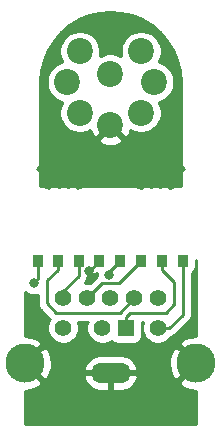
<source format=gtl>
G04 #@! TF.GenerationSoftware,KiCad,Pcbnew,(5.1.0)-1*
G04 #@! TF.CreationDate,2019-06-26T15:16:09-04:00*
G04 #@! TF.ProjectId,8 Pin DIN to 9 Pin Mini DIN,38205069-6e20-4444-994e-20746f203920,rev?*
G04 #@! TF.SameCoordinates,Original*
G04 #@! TF.FileFunction,Copper,L1,Top*
G04 #@! TF.FilePolarity,Positive*
%FSLAX46Y46*%
G04 Gerber Fmt 4.6, Leading zero omitted, Abs format (unit mm)*
G04 Created by KiCad (PCBNEW (5.1.0)-1) date 2019-06-26 15:16:09*
%MOMM*%
%LPD*%
G04 APERTURE LIST*
%ADD10R,0.882667X1.000000*%
%ADD11O,3.400000X1.700000*%
%ADD12C,1.408000*%
%ADD13R,1.408000X1.408000*%
%ADD14C,3.316000*%
%ADD15C,2.200000*%
%ADD16C,0.800000*%
%ADD17C,0.250000*%
%ADD18C,0.254000*%
G04 APERTURE END LIST*
D10*
X192500000Y-113300000D03*
X194127996Y-113300000D03*
X195893330Y-113300000D03*
X197658664Y-113300000D03*
X199423998Y-113300000D03*
X201189332Y-113300000D03*
X202954666Y-113300000D03*
X204720000Y-113300000D03*
D11*
X198610000Y-122810000D03*
D12*
X202600000Y-119000000D03*
D13*
X199900000Y-119000000D03*
D12*
X197900000Y-119000000D03*
X194600000Y-119000000D03*
X202600000Y-116500000D03*
X194600000Y-116500000D03*
X196600000Y-116500000D03*
X200600000Y-116500000D03*
X198600000Y-116500000D03*
D14*
X205850000Y-122000000D03*
X191350000Y-122000000D03*
D15*
X202275000Y-98180000D03*
X194925000Y-98180000D03*
X198600000Y-101855000D03*
X201198617Y-95581383D03*
X196001383Y-95581383D03*
X196001383Y-100778617D03*
X201198617Y-100760940D03*
X198600000Y-97480000D03*
D16*
X198500000Y-93200000D03*
X200000000Y-103800000D03*
X202100000Y-103700000D03*
X203900000Y-103400000D03*
X195000000Y-103000000D03*
X200300000Y-93200000D03*
X196798372Y-114180777D03*
X192100000Y-115200000D03*
X198480000Y-114475000D03*
D17*
X194127996Y-114050000D02*
X194127996Y-113300000D01*
X193200000Y-114977996D02*
X194127996Y-114050000D01*
X193200000Y-116900000D02*
X193200000Y-114977996D01*
X194000000Y-117700000D02*
X193200000Y-116900000D01*
X200600000Y-116500000D02*
X199400000Y-117700000D01*
X199400000Y-117700000D02*
X194000000Y-117700000D01*
X201189332Y-113358666D02*
X201189332Y-113300000D01*
X199347998Y-115200000D02*
X201189332Y-113358666D01*
X196600000Y-116500000D02*
X197900000Y-115200000D01*
X197900000Y-115200000D02*
X199347998Y-115200000D01*
X197658664Y-113300000D02*
X197658664Y-113358666D01*
X196836553Y-114180777D02*
X196798372Y-114180777D01*
X197658664Y-113358666D02*
X196836553Y-114180777D01*
X192500000Y-114800000D02*
X192500000Y-113300000D01*
X192100000Y-115200000D02*
X192500000Y-114800000D01*
X202954666Y-114050000D02*
X202954666Y-113300000D01*
X199900000Y-118046000D02*
X200246000Y-117700000D01*
X199900000Y-119000000D02*
X199900000Y-118046000D01*
X200246000Y-117700000D02*
X203300000Y-117700000D01*
X203300000Y-117700000D02*
X204000000Y-117000000D01*
X204000000Y-117000000D02*
X204000000Y-115095334D01*
X204000000Y-115095334D02*
X202954666Y-114050000D01*
X198480000Y-114243998D02*
X199423998Y-113300000D01*
X198480000Y-114475000D02*
X198480000Y-114243998D01*
X195893330Y-113358666D02*
X195893330Y-113300000D01*
X195900000Y-113365336D02*
X195893330Y-113358666D01*
X195900000Y-114600000D02*
X195900000Y-113365336D01*
X194600000Y-116500000D02*
X194600000Y-115900000D01*
X194600000Y-115900000D02*
X195900000Y-114600000D01*
X204720000Y-114050000D02*
X204720000Y-113300000D01*
X204720000Y-117875606D02*
X204720000Y-114050000D01*
X203595606Y-119000000D02*
X204720000Y-117875606D01*
X202600000Y-119000000D02*
X203595606Y-119000000D01*
D18*
G36*
X205840000Y-119698389D02*
G01*
X205813419Y-119696196D01*
X205364672Y-119747600D01*
X204934576Y-119885562D01*
X204600491Y-120064133D01*
X204425475Y-120395870D01*
X205840000Y-121810395D01*
X205840000Y-122189605D01*
X204425475Y-123604130D01*
X204600491Y-123935867D01*
X205002168Y-124142437D01*
X205436428Y-124266674D01*
X205840000Y-124299962D01*
X205840000Y-127140000D01*
X191360000Y-127140000D01*
X191360000Y-124301612D01*
X191386581Y-124303804D01*
X191835328Y-124252400D01*
X192265424Y-124114438D01*
X192599509Y-123935867D01*
X192774525Y-123604130D01*
X191360000Y-122189605D01*
X191360000Y-122000000D01*
X191529605Y-122000000D01*
X192954130Y-123424525D01*
X193285867Y-123249509D01*
X193328355Y-123166890D01*
X196318524Y-123166890D01*
X196339437Y-123260953D01*
X196454709Y-123529426D01*
X196620143Y-123770252D01*
X196829381Y-123974176D01*
X197074382Y-124133361D01*
X197345731Y-124241690D01*
X197633000Y-124295000D01*
X198483000Y-124295000D01*
X198483000Y-122937000D01*
X198737000Y-122937000D01*
X198737000Y-124295000D01*
X199587000Y-124295000D01*
X199874269Y-124241690D01*
X200145618Y-124133361D01*
X200390619Y-123974176D01*
X200599857Y-123770252D01*
X200765291Y-123529426D01*
X200880563Y-123260953D01*
X200901476Y-123166890D01*
X200780155Y-122937000D01*
X198737000Y-122937000D01*
X198483000Y-122937000D01*
X196439845Y-122937000D01*
X196318524Y-123166890D01*
X193328355Y-123166890D01*
X193492437Y-122847832D01*
X193605362Y-122453110D01*
X196318524Y-122453110D01*
X196439845Y-122683000D01*
X198483000Y-122683000D01*
X198483000Y-122663000D01*
X198737000Y-122663000D01*
X198737000Y-122683000D01*
X200780155Y-122683000D01*
X200901476Y-122453110D01*
X200880563Y-122359047D01*
X200765291Y-122090574D01*
X200728201Y-122036581D01*
X203546196Y-122036581D01*
X203597600Y-122485328D01*
X203735562Y-122915424D01*
X203914133Y-123249509D01*
X204245870Y-123424525D01*
X205670395Y-122000000D01*
X204245870Y-120575475D01*
X203914133Y-120750491D01*
X203707563Y-121152168D01*
X203583326Y-121586428D01*
X203546196Y-122036581D01*
X200728201Y-122036581D01*
X200599857Y-121849748D01*
X200390619Y-121645824D01*
X200145618Y-121486639D01*
X199874269Y-121378310D01*
X199587000Y-121325000D01*
X197633000Y-121325000D01*
X197345731Y-121378310D01*
X197074382Y-121486639D01*
X196829381Y-121645824D01*
X196620143Y-121849748D01*
X196454709Y-122090574D01*
X196339437Y-122359047D01*
X196318524Y-122453110D01*
X193605362Y-122453110D01*
X193616674Y-122413572D01*
X193653804Y-121963419D01*
X193602400Y-121514672D01*
X193464438Y-121084576D01*
X193285867Y-120750491D01*
X192954130Y-120575475D01*
X191529605Y-122000000D01*
X191360000Y-122000000D01*
X191360000Y-121810395D01*
X192774525Y-120395870D01*
X192599509Y-120064133D01*
X192197832Y-119857563D01*
X191763572Y-119733326D01*
X191360000Y-119700038D01*
X191360000Y-115923711D01*
X191440226Y-116003937D01*
X191609744Y-116117205D01*
X191798102Y-116195226D01*
X191998061Y-116235000D01*
X192201939Y-116235000D01*
X192401898Y-116195226D01*
X192440000Y-116179443D01*
X192440000Y-116862677D01*
X192436324Y-116900000D01*
X192440000Y-116937322D01*
X192440000Y-116937332D01*
X192450997Y-117048985D01*
X192481332Y-117148987D01*
X192494454Y-117192246D01*
X192565026Y-117324276D01*
X192604871Y-117372826D01*
X192659999Y-117440001D01*
X192689002Y-117463803D01*
X193436201Y-118211002D01*
X193459999Y-118240001D01*
X193484163Y-118259832D01*
X193413393Y-118365746D01*
X193312457Y-118609428D01*
X193261000Y-118868120D01*
X193261000Y-119131880D01*
X193312457Y-119390572D01*
X193413393Y-119634254D01*
X193559931Y-119853563D01*
X193746437Y-120040069D01*
X193965746Y-120186607D01*
X194209428Y-120287543D01*
X194468120Y-120339000D01*
X194731880Y-120339000D01*
X194990572Y-120287543D01*
X195234254Y-120186607D01*
X195453563Y-120040069D01*
X195640069Y-119853563D01*
X195786607Y-119634254D01*
X195887543Y-119390572D01*
X195939000Y-119131880D01*
X195939000Y-118868120D01*
X195887543Y-118609428D01*
X195825648Y-118460000D01*
X196674352Y-118460000D01*
X196612457Y-118609428D01*
X196561000Y-118868120D01*
X196561000Y-119131880D01*
X196612457Y-119390572D01*
X196713393Y-119634254D01*
X196859931Y-119853563D01*
X197046437Y-120040069D01*
X197265746Y-120186607D01*
X197509428Y-120287543D01*
X197768120Y-120339000D01*
X198031880Y-120339000D01*
X198290572Y-120287543D01*
X198534254Y-120186607D01*
X198686898Y-120084613D01*
X198744815Y-120155185D01*
X198841506Y-120234537D01*
X198951820Y-120293502D01*
X199071518Y-120329812D01*
X199196000Y-120342072D01*
X200604000Y-120342072D01*
X200728482Y-120329812D01*
X200848180Y-120293502D01*
X200958494Y-120234537D01*
X201055185Y-120155185D01*
X201134537Y-120058494D01*
X201193502Y-119948180D01*
X201229812Y-119828482D01*
X201242072Y-119704000D01*
X201242072Y-118460000D01*
X201374352Y-118460000D01*
X201312457Y-118609428D01*
X201261000Y-118868120D01*
X201261000Y-119131880D01*
X201312457Y-119390572D01*
X201413393Y-119634254D01*
X201559931Y-119853563D01*
X201746437Y-120040069D01*
X201965746Y-120186607D01*
X202209428Y-120287543D01*
X202468120Y-120339000D01*
X202731880Y-120339000D01*
X202990572Y-120287543D01*
X203234254Y-120186607D01*
X203453563Y-120040069D01*
X203640069Y-119853563D01*
X203707492Y-119752657D01*
X203744592Y-119749003D01*
X203887853Y-119705546D01*
X204019882Y-119634974D01*
X204135607Y-119540001D01*
X204159410Y-119510998D01*
X205231004Y-118439404D01*
X205260001Y-118415607D01*
X205354974Y-118299882D01*
X205425546Y-118167853D01*
X205469003Y-118024592D01*
X205480000Y-117912939D01*
X205480000Y-117912930D01*
X205483676Y-117875607D01*
X205480000Y-117838284D01*
X205480000Y-114349687D01*
X205515827Y-114330537D01*
X205612518Y-114251185D01*
X205691870Y-114154494D01*
X205750835Y-114044180D01*
X205787145Y-113924482D01*
X205799405Y-113800000D01*
X205799405Y-113306741D01*
X205840001Y-113285042D01*
X205840000Y-119698389D01*
X205840000Y-119698389D01*
G37*
X205840000Y-119698389D02*
X205813419Y-119696196D01*
X205364672Y-119747600D01*
X204934576Y-119885562D01*
X204600491Y-120064133D01*
X204425475Y-120395870D01*
X205840000Y-121810395D01*
X205840000Y-122189605D01*
X204425475Y-123604130D01*
X204600491Y-123935867D01*
X205002168Y-124142437D01*
X205436428Y-124266674D01*
X205840000Y-124299962D01*
X205840000Y-127140000D01*
X191360000Y-127140000D01*
X191360000Y-124301612D01*
X191386581Y-124303804D01*
X191835328Y-124252400D01*
X192265424Y-124114438D01*
X192599509Y-123935867D01*
X192774525Y-123604130D01*
X191360000Y-122189605D01*
X191360000Y-122000000D01*
X191529605Y-122000000D01*
X192954130Y-123424525D01*
X193285867Y-123249509D01*
X193328355Y-123166890D01*
X196318524Y-123166890D01*
X196339437Y-123260953D01*
X196454709Y-123529426D01*
X196620143Y-123770252D01*
X196829381Y-123974176D01*
X197074382Y-124133361D01*
X197345731Y-124241690D01*
X197633000Y-124295000D01*
X198483000Y-124295000D01*
X198483000Y-122937000D01*
X198737000Y-122937000D01*
X198737000Y-124295000D01*
X199587000Y-124295000D01*
X199874269Y-124241690D01*
X200145618Y-124133361D01*
X200390619Y-123974176D01*
X200599857Y-123770252D01*
X200765291Y-123529426D01*
X200880563Y-123260953D01*
X200901476Y-123166890D01*
X200780155Y-122937000D01*
X198737000Y-122937000D01*
X198483000Y-122937000D01*
X196439845Y-122937000D01*
X196318524Y-123166890D01*
X193328355Y-123166890D01*
X193492437Y-122847832D01*
X193605362Y-122453110D01*
X196318524Y-122453110D01*
X196439845Y-122683000D01*
X198483000Y-122683000D01*
X198483000Y-122663000D01*
X198737000Y-122663000D01*
X198737000Y-122683000D01*
X200780155Y-122683000D01*
X200901476Y-122453110D01*
X200880563Y-122359047D01*
X200765291Y-122090574D01*
X200728201Y-122036581D01*
X203546196Y-122036581D01*
X203597600Y-122485328D01*
X203735562Y-122915424D01*
X203914133Y-123249509D01*
X204245870Y-123424525D01*
X205670395Y-122000000D01*
X204245870Y-120575475D01*
X203914133Y-120750491D01*
X203707563Y-121152168D01*
X203583326Y-121586428D01*
X203546196Y-122036581D01*
X200728201Y-122036581D01*
X200599857Y-121849748D01*
X200390619Y-121645824D01*
X200145618Y-121486639D01*
X199874269Y-121378310D01*
X199587000Y-121325000D01*
X197633000Y-121325000D01*
X197345731Y-121378310D01*
X197074382Y-121486639D01*
X196829381Y-121645824D01*
X196620143Y-121849748D01*
X196454709Y-122090574D01*
X196339437Y-122359047D01*
X196318524Y-122453110D01*
X193605362Y-122453110D01*
X193616674Y-122413572D01*
X193653804Y-121963419D01*
X193602400Y-121514672D01*
X193464438Y-121084576D01*
X193285867Y-120750491D01*
X192954130Y-120575475D01*
X191529605Y-122000000D01*
X191360000Y-122000000D01*
X191360000Y-121810395D01*
X192774525Y-120395870D01*
X192599509Y-120064133D01*
X192197832Y-119857563D01*
X191763572Y-119733326D01*
X191360000Y-119700038D01*
X191360000Y-115923711D01*
X191440226Y-116003937D01*
X191609744Y-116117205D01*
X191798102Y-116195226D01*
X191998061Y-116235000D01*
X192201939Y-116235000D01*
X192401898Y-116195226D01*
X192440000Y-116179443D01*
X192440000Y-116862677D01*
X192436324Y-116900000D01*
X192440000Y-116937322D01*
X192440000Y-116937332D01*
X192450997Y-117048985D01*
X192481332Y-117148987D01*
X192494454Y-117192246D01*
X192565026Y-117324276D01*
X192604871Y-117372826D01*
X192659999Y-117440001D01*
X192689002Y-117463803D01*
X193436201Y-118211002D01*
X193459999Y-118240001D01*
X193484163Y-118259832D01*
X193413393Y-118365746D01*
X193312457Y-118609428D01*
X193261000Y-118868120D01*
X193261000Y-119131880D01*
X193312457Y-119390572D01*
X193413393Y-119634254D01*
X193559931Y-119853563D01*
X193746437Y-120040069D01*
X193965746Y-120186607D01*
X194209428Y-120287543D01*
X194468120Y-120339000D01*
X194731880Y-120339000D01*
X194990572Y-120287543D01*
X195234254Y-120186607D01*
X195453563Y-120040069D01*
X195640069Y-119853563D01*
X195786607Y-119634254D01*
X195887543Y-119390572D01*
X195939000Y-119131880D01*
X195939000Y-118868120D01*
X195887543Y-118609428D01*
X195825648Y-118460000D01*
X196674352Y-118460000D01*
X196612457Y-118609428D01*
X196561000Y-118868120D01*
X196561000Y-119131880D01*
X196612457Y-119390572D01*
X196713393Y-119634254D01*
X196859931Y-119853563D01*
X197046437Y-120040069D01*
X197265746Y-120186607D01*
X197509428Y-120287543D01*
X197768120Y-120339000D01*
X198031880Y-120339000D01*
X198290572Y-120287543D01*
X198534254Y-120186607D01*
X198686898Y-120084613D01*
X198744815Y-120155185D01*
X198841506Y-120234537D01*
X198951820Y-120293502D01*
X199071518Y-120329812D01*
X199196000Y-120342072D01*
X200604000Y-120342072D01*
X200728482Y-120329812D01*
X200848180Y-120293502D01*
X200958494Y-120234537D01*
X201055185Y-120155185D01*
X201134537Y-120058494D01*
X201193502Y-119948180D01*
X201229812Y-119828482D01*
X201242072Y-119704000D01*
X201242072Y-118460000D01*
X201374352Y-118460000D01*
X201312457Y-118609428D01*
X201261000Y-118868120D01*
X201261000Y-119131880D01*
X201312457Y-119390572D01*
X201413393Y-119634254D01*
X201559931Y-119853563D01*
X201746437Y-120040069D01*
X201965746Y-120186607D01*
X202209428Y-120287543D01*
X202468120Y-120339000D01*
X202731880Y-120339000D01*
X202990572Y-120287543D01*
X203234254Y-120186607D01*
X203453563Y-120040069D01*
X203640069Y-119853563D01*
X203707492Y-119752657D01*
X203744592Y-119749003D01*
X203887853Y-119705546D01*
X204019882Y-119634974D01*
X204135607Y-119540001D01*
X204159410Y-119510998D01*
X205231004Y-118439404D01*
X205260001Y-118415607D01*
X205354974Y-118299882D01*
X205425546Y-118167853D01*
X205469003Y-118024592D01*
X205480000Y-117912939D01*
X205480000Y-117912930D01*
X205483676Y-117875607D01*
X205480000Y-117838284D01*
X205480000Y-114349687D01*
X205515827Y-114330537D01*
X205612518Y-114251185D01*
X205691870Y-114154494D01*
X205750835Y-114044180D01*
X205787145Y-113924482D01*
X205799405Y-113800000D01*
X205799405Y-113306741D01*
X205840001Y-113285042D01*
X205840000Y-119698389D01*
G36*
X196862837Y-114330537D02*
G01*
X196973151Y-114389502D01*
X197092849Y-114425812D01*
X197217331Y-114438072D01*
X197372914Y-114435000D01*
X197447520Y-114360394D01*
X197445000Y-114373061D01*
X197445000Y-114576939D01*
X197447275Y-114588374D01*
X197359999Y-114659999D01*
X197336201Y-114688997D01*
X196842245Y-115182953D01*
X196731880Y-115161000D01*
X196468120Y-115161000D01*
X196400315Y-115174487D01*
X196411004Y-115163798D01*
X196440001Y-115140001D01*
X196534974Y-115024276D01*
X196605546Y-114892247D01*
X196649003Y-114748986D01*
X196660000Y-114637333D01*
X196660000Y-114637325D01*
X196663676Y-114600000D01*
X196660000Y-114562675D01*
X196660000Y-114346122D01*
X196689157Y-114330537D01*
X196775997Y-114259269D01*
X196862837Y-114330537D01*
X196862837Y-114330537D01*
G37*
X196862837Y-114330537D02*
X196973151Y-114389502D01*
X197092849Y-114425812D01*
X197217331Y-114438072D01*
X197372914Y-114435000D01*
X197447520Y-114360394D01*
X197445000Y-114373061D01*
X197445000Y-114576939D01*
X197447275Y-114588374D01*
X197359999Y-114659999D01*
X197336201Y-114688997D01*
X196842245Y-115182953D01*
X196731880Y-115161000D01*
X196468120Y-115161000D01*
X196400315Y-115174487D01*
X196411004Y-115163798D01*
X196440001Y-115140001D01*
X196534974Y-115024276D01*
X196605546Y-114892247D01*
X196649003Y-114748986D01*
X196660000Y-114637333D01*
X196660000Y-114637325D01*
X196663676Y-114600000D01*
X196660000Y-114562675D01*
X196660000Y-114346122D01*
X196689157Y-114330537D01*
X196775997Y-114259269D01*
X196862837Y-114330537D01*
G36*
X197785664Y-113447000D02*
G01*
X197531664Y-113447000D01*
X197531664Y-113435000D01*
X197785664Y-113435000D01*
X197785664Y-113447000D01*
X197785664Y-113447000D01*
G37*
X197785664Y-113447000D02*
X197531664Y-113447000D01*
X197531664Y-113435000D01*
X197785664Y-113435000D01*
X197785664Y-113447000D01*
G36*
X199532028Y-92295392D02*
G01*
X200441113Y-92513645D01*
X201304852Y-92871417D01*
X202102001Y-93359910D01*
X202812913Y-93967087D01*
X203420090Y-94677999D01*
X203908583Y-95475148D01*
X204266355Y-96338887D01*
X204484608Y-97247972D01*
X204560001Y-98205938D01*
X204560000Y-104967581D01*
X204556807Y-105000000D01*
X204569550Y-105129383D01*
X204607290Y-105253793D01*
X204668575Y-105368450D01*
X204684037Y-105387290D01*
X204751052Y-105468948D01*
X204788889Y-105500000D01*
X204751052Y-105531052D01*
X204668575Y-105631550D01*
X204607290Y-105746207D01*
X204569550Y-105870617D01*
X204556807Y-106000000D01*
X204560000Y-106032418D01*
X204560001Y-106940000D01*
X204367581Y-106940000D01*
X204334613Y-106943247D01*
X204321633Y-106943247D01*
X204312468Y-106944210D01*
X204118518Y-106965965D01*
X204060019Y-106978400D01*
X204001325Y-106990022D01*
X203992522Y-106992747D01*
X203806491Y-107051760D01*
X203751509Y-107075326D01*
X203696206Y-107098120D01*
X203688100Y-107102503D01*
X203653071Y-107121761D01*
X203569205Y-107065723D01*
X203408145Y-106999010D01*
X203237165Y-106965000D01*
X203062835Y-106965000D01*
X202891855Y-106999010D01*
X202775000Y-107047413D01*
X202658145Y-106999010D01*
X202487165Y-106965000D01*
X202312835Y-106965000D01*
X202141855Y-106999010D01*
X202025000Y-107047413D01*
X201908145Y-106999010D01*
X201737165Y-106965000D01*
X201562835Y-106965000D01*
X201391855Y-106999010D01*
X201230795Y-107065723D01*
X201146323Y-107122166D01*
X201090921Y-107092708D01*
X201035606Y-107069909D01*
X200980634Y-107046348D01*
X200971831Y-107043623D01*
X200784995Y-106987214D01*
X200726307Y-106975594D01*
X200667804Y-106963158D01*
X200658639Y-106962195D01*
X200464405Y-106943150D01*
X200464402Y-106943150D01*
X200432419Y-106940000D01*
X196567581Y-106940000D01*
X196534613Y-106943247D01*
X196521633Y-106943247D01*
X196512468Y-106944210D01*
X196318518Y-106965965D01*
X196260019Y-106978400D01*
X196201325Y-106990022D01*
X196192522Y-106992747D01*
X196006491Y-107051760D01*
X195951509Y-107075326D01*
X195896206Y-107098120D01*
X195888100Y-107102503D01*
X195853071Y-107121761D01*
X195769205Y-107065723D01*
X195608145Y-106999010D01*
X195437165Y-106965000D01*
X195262835Y-106965000D01*
X195091855Y-106999010D01*
X194975000Y-107047413D01*
X194858145Y-106999010D01*
X194687165Y-106965000D01*
X194512835Y-106965000D01*
X194341855Y-106999010D01*
X194225000Y-107047413D01*
X194108145Y-106999010D01*
X193937165Y-106965000D01*
X193762835Y-106965000D01*
X193591855Y-106999010D01*
X193430795Y-107065723D01*
X193346323Y-107122166D01*
X193290921Y-107092708D01*
X193235606Y-107069909D01*
X193180634Y-107046348D01*
X193171831Y-107043623D01*
X192984995Y-106987214D01*
X192926307Y-106975594D01*
X192867804Y-106963158D01*
X192858639Y-106962195D01*
X192664405Y-106943150D01*
X192664402Y-106943150D01*
X192640000Y-106940747D01*
X192640000Y-106032418D01*
X192643193Y-106000000D01*
X192630450Y-105870617D01*
X192592710Y-105746207D01*
X192531425Y-105631550D01*
X192448948Y-105531052D01*
X192411111Y-105500000D01*
X192448948Y-105468948D01*
X192531425Y-105368450D01*
X192592710Y-105253793D01*
X192630450Y-105129383D01*
X192643193Y-105000000D01*
X192640000Y-104967581D01*
X192640000Y-103061712D01*
X197572893Y-103061712D01*
X197680726Y-103336338D01*
X197987384Y-103487216D01*
X198317585Y-103575369D01*
X198658639Y-103597409D01*
X198997439Y-103552489D01*
X199320966Y-103442336D01*
X199519274Y-103336338D01*
X199627107Y-103061712D01*
X198600000Y-102034605D01*
X197572893Y-103061712D01*
X192640000Y-103061712D01*
X192640000Y-98205926D01*
X192655489Y-98009117D01*
X193190000Y-98009117D01*
X193190000Y-98350883D01*
X193256675Y-98686081D01*
X193387463Y-99001831D01*
X193577337Y-99285998D01*
X193819002Y-99527663D01*
X194103169Y-99717537D01*
X194418919Y-99848325D01*
X194522544Y-99868937D01*
X194463846Y-99956786D01*
X194333058Y-100272536D01*
X194266383Y-100607734D01*
X194266383Y-100949500D01*
X194333058Y-101284698D01*
X194463846Y-101600448D01*
X194653720Y-101884615D01*
X194895385Y-102126280D01*
X195179552Y-102316154D01*
X195495302Y-102446942D01*
X195830500Y-102513617D01*
X196172266Y-102513617D01*
X196507464Y-102446942D01*
X196823214Y-102316154D01*
X196905487Y-102261181D01*
X197012664Y-102575966D01*
X197118662Y-102774274D01*
X197393288Y-102882107D01*
X198420395Y-101855000D01*
X198406253Y-101840858D01*
X198585858Y-101661253D01*
X198600000Y-101675395D01*
X198614143Y-101661253D01*
X198793748Y-101840858D01*
X198779605Y-101855000D01*
X199806712Y-102882107D01*
X200081338Y-102774274D01*
X200232216Y-102467616D01*
X200292420Y-102242106D01*
X200376786Y-102298477D01*
X200692536Y-102429265D01*
X201027734Y-102495940D01*
X201369500Y-102495940D01*
X201704698Y-102429265D01*
X202020448Y-102298477D01*
X202304615Y-102108603D01*
X202546280Y-101866938D01*
X202736154Y-101582771D01*
X202866942Y-101267021D01*
X202933617Y-100931823D01*
X202933617Y-100590057D01*
X202866942Y-100254859D01*
X202736154Y-99939109D01*
X202687881Y-99866864D01*
X202781081Y-99848325D01*
X203096831Y-99717537D01*
X203380998Y-99527663D01*
X203622663Y-99285998D01*
X203812537Y-99001831D01*
X203943325Y-98686081D01*
X204010000Y-98350883D01*
X204010000Y-98009117D01*
X203943325Y-97673919D01*
X203812537Y-97358169D01*
X203622663Y-97074002D01*
X203380998Y-96832337D01*
X203096831Y-96642463D01*
X202781081Y-96511675D01*
X202677456Y-96491063D01*
X202736154Y-96403214D01*
X202866942Y-96087464D01*
X202933617Y-95752266D01*
X202933617Y-95410500D01*
X202866942Y-95075302D01*
X202736154Y-94759552D01*
X202546280Y-94475385D01*
X202304615Y-94233720D01*
X202020448Y-94043846D01*
X201704698Y-93913058D01*
X201369500Y-93846383D01*
X201027734Y-93846383D01*
X200692536Y-93913058D01*
X200376786Y-94043846D01*
X200092619Y-94233720D01*
X199850954Y-94475385D01*
X199661080Y-94759552D01*
X199530292Y-95075302D01*
X199463617Y-95410500D01*
X199463617Y-95752266D01*
X199513654Y-96003817D01*
X199421831Y-95942463D01*
X199106081Y-95811675D01*
X198770883Y-95745000D01*
X198429117Y-95745000D01*
X198093919Y-95811675D01*
X197778169Y-95942463D01*
X197686346Y-96003817D01*
X197736383Y-95752266D01*
X197736383Y-95410500D01*
X197669708Y-95075302D01*
X197538920Y-94759552D01*
X197349046Y-94475385D01*
X197107381Y-94233720D01*
X196823214Y-94043846D01*
X196507464Y-93913058D01*
X196172266Y-93846383D01*
X195830500Y-93846383D01*
X195495302Y-93913058D01*
X195179552Y-94043846D01*
X194895385Y-94233720D01*
X194653720Y-94475385D01*
X194463846Y-94759552D01*
X194333058Y-95075302D01*
X194266383Y-95410500D01*
X194266383Y-95752266D01*
X194333058Y-96087464D01*
X194463846Y-96403214D01*
X194522544Y-96491063D01*
X194418919Y-96511675D01*
X194103169Y-96642463D01*
X193819002Y-96832337D01*
X193577337Y-97074002D01*
X193387463Y-97358169D01*
X193256675Y-97673919D01*
X193190000Y-98009117D01*
X192655489Y-98009117D01*
X192715392Y-97247972D01*
X192933645Y-96338887D01*
X193291417Y-95475148D01*
X193779910Y-94677999D01*
X194387087Y-93967087D01*
X195097999Y-93359910D01*
X195895148Y-92871417D01*
X196758887Y-92513645D01*
X197667972Y-92295392D01*
X198600000Y-92222040D01*
X199532028Y-92295392D01*
X199532028Y-92295392D01*
G37*
X199532028Y-92295392D02*
X200441113Y-92513645D01*
X201304852Y-92871417D01*
X202102001Y-93359910D01*
X202812913Y-93967087D01*
X203420090Y-94677999D01*
X203908583Y-95475148D01*
X204266355Y-96338887D01*
X204484608Y-97247972D01*
X204560001Y-98205938D01*
X204560000Y-104967581D01*
X204556807Y-105000000D01*
X204569550Y-105129383D01*
X204607290Y-105253793D01*
X204668575Y-105368450D01*
X204684037Y-105387290D01*
X204751052Y-105468948D01*
X204788889Y-105500000D01*
X204751052Y-105531052D01*
X204668575Y-105631550D01*
X204607290Y-105746207D01*
X204569550Y-105870617D01*
X204556807Y-106000000D01*
X204560000Y-106032418D01*
X204560001Y-106940000D01*
X204367581Y-106940000D01*
X204334613Y-106943247D01*
X204321633Y-106943247D01*
X204312468Y-106944210D01*
X204118518Y-106965965D01*
X204060019Y-106978400D01*
X204001325Y-106990022D01*
X203992522Y-106992747D01*
X203806491Y-107051760D01*
X203751509Y-107075326D01*
X203696206Y-107098120D01*
X203688100Y-107102503D01*
X203653071Y-107121761D01*
X203569205Y-107065723D01*
X203408145Y-106999010D01*
X203237165Y-106965000D01*
X203062835Y-106965000D01*
X202891855Y-106999010D01*
X202775000Y-107047413D01*
X202658145Y-106999010D01*
X202487165Y-106965000D01*
X202312835Y-106965000D01*
X202141855Y-106999010D01*
X202025000Y-107047413D01*
X201908145Y-106999010D01*
X201737165Y-106965000D01*
X201562835Y-106965000D01*
X201391855Y-106999010D01*
X201230795Y-107065723D01*
X201146323Y-107122166D01*
X201090921Y-107092708D01*
X201035606Y-107069909D01*
X200980634Y-107046348D01*
X200971831Y-107043623D01*
X200784995Y-106987214D01*
X200726307Y-106975594D01*
X200667804Y-106963158D01*
X200658639Y-106962195D01*
X200464405Y-106943150D01*
X200464402Y-106943150D01*
X200432419Y-106940000D01*
X196567581Y-106940000D01*
X196534613Y-106943247D01*
X196521633Y-106943247D01*
X196512468Y-106944210D01*
X196318518Y-106965965D01*
X196260019Y-106978400D01*
X196201325Y-106990022D01*
X196192522Y-106992747D01*
X196006491Y-107051760D01*
X195951509Y-107075326D01*
X195896206Y-107098120D01*
X195888100Y-107102503D01*
X195853071Y-107121761D01*
X195769205Y-107065723D01*
X195608145Y-106999010D01*
X195437165Y-106965000D01*
X195262835Y-106965000D01*
X195091855Y-106999010D01*
X194975000Y-107047413D01*
X194858145Y-106999010D01*
X194687165Y-106965000D01*
X194512835Y-106965000D01*
X194341855Y-106999010D01*
X194225000Y-107047413D01*
X194108145Y-106999010D01*
X193937165Y-106965000D01*
X193762835Y-106965000D01*
X193591855Y-106999010D01*
X193430795Y-107065723D01*
X193346323Y-107122166D01*
X193290921Y-107092708D01*
X193235606Y-107069909D01*
X193180634Y-107046348D01*
X193171831Y-107043623D01*
X192984995Y-106987214D01*
X192926307Y-106975594D01*
X192867804Y-106963158D01*
X192858639Y-106962195D01*
X192664405Y-106943150D01*
X192664402Y-106943150D01*
X192640000Y-106940747D01*
X192640000Y-106032418D01*
X192643193Y-106000000D01*
X192630450Y-105870617D01*
X192592710Y-105746207D01*
X192531425Y-105631550D01*
X192448948Y-105531052D01*
X192411111Y-105500000D01*
X192448948Y-105468948D01*
X192531425Y-105368450D01*
X192592710Y-105253793D01*
X192630450Y-105129383D01*
X192643193Y-105000000D01*
X192640000Y-104967581D01*
X192640000Y-103061712D01*
X197572893Y-103061712D01*
X197680726Y-103336338D01*
X197987384Y-103487216D01*
X198317585Y-103575369D01*
X198658639Y-103597409D01*
X198997439Y-103552489D01*
X199320966Y-103442336D01*
X199519274Y-103336338D01*
X199627107Y-103061712D01*
X198600000Y-102034605D01*
X197572893Y-103061712D01*
X192640000Y-103061712D01*
X192640000Y-98205926D01*
X192655489Y-98009117D01*
X193190000Y-98009117D01*
X193190000Y-98350883D01*
X193256675Y-98686081D01*
X193387463Y-99001831D01*
X193577337Y-99285998D01*
X193819002Y-99527663D01*
X194103169Y-99717537D01*
X194418919Y-99848325D01*
X194522544Y-99868937D01*
X194463846Y-99956786D01*
X194333058Y-100272536D01*
X194266383Y-100607734D01*
X194266383Y-100949500D01*
X194333058Y-101284698D01*
X194463846Y-101600448D01*
X194653720Y-101884615D01*
X194895385Y-102126280D01*
X195179552Y-102316154D01*
X195495302Y-102446942D01*
X195830500Y-102513617D01*
X196172266Y-102513617D01*
X196507464Y-102446942D01*
X196823214Y-102316154D01*
X196905487Y-102261181D01*
X197012664Y-102575966D01*
X197118662Y-102774274D01*
X197393288Y-102882107D01*
X198420395Y-101855000D01*
X198406253Y-101840858D01*
X198585858Y-101661253D01*
X198600000Y-101675395D01*
X198614143Y-101661253D01*
X198793748Y-101840858D01*
X198779605Y-101855000D01*
X199806712Y-102882107D01*
X200081338Y-102774274D01*
X200232216Y-102467616D01*
X200292420Y-102242106D01*
X200376786Y-102298477D01*
X200692536Y-102429265D01*
X201027734Y-102495940D01*
X201369500Y-102495940D01*
X201704698Y-102429265D01*
X202020448Y-102298477D01*
X202304615Y-102108603D01*
X202546280Y-101866938D01*
X202736154Y-101582771D01*
X202866942Y-101267021D01*
X202933617Y-100931823D01*
X202933617Y-100590057D01*
X202866942Y-100254859D01*
X202736154Y-99939109D01*
X202687881Y-99866864D01*
X202781081Y-99848325D01*
X203096831Y-99717537D01*
X203380998Y-99527663D01*
X203622663Y-99285998D01*
X203812537Y-99001831D01*
X203943325Y-98686081D01*
X204010000Y-98350883D01*
X204010000Y-98009117D01*
X203943325Y-97673919D01*
X203812537Y-97358169D01*
X203622663Y-97074002D01*
X203380998Y-96832337D01*
X203096831Y-96642463D01*
X202781081Y-96511675D01*
X202677456Y-96491063D01*
X202736154Y-96403214D01*
X202866942Y-96087464D01*
X202933617Y-95752266D01*
X202933617Y-95410500D01*
X202866942Y-95075302D01*
X202736154Y-94759552D01*
X202546280Y-94475385D01*
X202304615Y-94233720D01*
X202020448Y-94043846D01*
X201704698Y-93913058D01*
X201369500Y-93846383D01*
X201027734Y-93846383D01*
X200692536Y-93913058D01*
X200376786Y-94043846D01*
X200092619Y-94233720D01*
X199850954Y-94475385D01*
X199661080Y-94759552D01*
X199530292Y-95075302D01*
X199463617Y-95410500D01*
X199463617Y-95752266D01*
X199513654Y-96003817D01*
X199421831Y-95942463D01*
X199106081Y-95811675D01*
X198770883Y-95745000D01*
X198429117Y-95745000D01*
X198093919Y-95811675D01*
X197778169Y-95942463D01*
X197686346Y-96003817D01*
X197736383Y-95752266D01*
X197736383Y-95410500D01*
X197669708Y-95075302D01*
X197538920Y-94759552D01*
X197349046Y-94475385D01*
X197107381Y-94233720D01*
X196823214Y-94043846D01*
X196507464Y-93913058D01*
X196172266Y-93846383D01*
X195830500Y-93846383D01*
X195495302Y-93913058D01*
X195179552Y-94043846D01*
X194895385Y-94233720D01*
X194653720Y-94475385D01*
X194463846Y-94759552D01*
X194333058Y-95075302D01*
X194266383Y-95410500D01*
X194266383Y-95752266D01*
X194333058Y-96087464D01*
X194463846Y-96403214D01*
X194522544Y-96491063D01*
X194418919Y-96511675D01*
X194103169Y-96642463D01*
X193819002Y-96832337D01*
X193577337Y-97074002D01*
X193387463Y-97358169D01*
X193256675Y-97673919D01*
X193190000Y-98009117D01*
X192655489Y-98009117D01*
X192715392Y-97247972D01*
X192933645Y-96338887D01*
X193291417Y-95475148D01*
X193779910Y-94677999D01*
X194387087Y-93967087D01*
X195097999Y-93359910D01*
X195895148Y-92871417D01*
X196758887Y-92513645D01*
X197667972Y-92295392D01*
X198600000Y-92222040D01*
X199532028Y-92295392D01*
M02*

</source>
